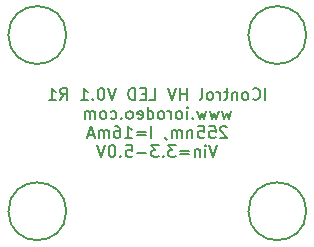
<source format=gbo>
%TF.GenerationSoftware,KiCad,Pcbnew,7.0.10-7.0.10~ubuntu22.04.1*%
%TF.CreationDate,2024-06-21T12:16:53-07:00*%
%TF.ProjectId,255nm_IN_C35PPCTGU0_16mA,3235356e-6d5f-4494-9e5f-433335505043,rev?*%
%TF.SameCoordinates,Original*%
%TF.FileFunction,Legend,Bot*%
%TF.FilePolarity,Positive*%
%FSLAX46Y46*%
G04 Gerber Fmt 4.6, Leading zero omitted, Abs format (unit mm)*
G04 Created by KiCad (PCBNEW 7.0.10-7.0.10~ubuntu22.04.1) date 2024-06-21 12:16:53*
%MOMM*%
%LPD*%
G01*
G04 APERTURE LIST*
%ADD10C,0.150000*%
G04 APERTURE END LIST*
D10*
X71842857Y-58039819D02*
X71842857Y-57039819D01*
X70795239Y-57944580D02*
X70842858Y-57992200D01*
X70842858Y-57992200D02*
X70985715Y-58039819D01*
X70985715Y-58039819D02*
X71080953Y-58039819D01*
X71080953Y-58039819D02*
X71223810Y-57992200D01*
X71223810Y-57992200D02*
X71319048Y-57896961D01*
X71319048Y-57896961D02*
X71366667Y-57801723D01*
X71366667Y-57801723D02*
X71414286Y-57611247D01*
X71414286Y-57611247D02*
X71414286Y-57468390D01*
X71414286Y-57468390D02*
X71366667Y-57277914D01*
X71366667Y-57277914D02*
X71319048Y-57182676D01*
X71319048Y-57182676D02*
X71223810Y-57087438D01*
X71223810Y-57087438D02*
X71080953Y-57039819D01*
X71080953Y-57039819D02*
X70985715Y-57039819D01*
X70985715Y-57039819D02*
X70842858Y-57087438D01*
X70842858Y-57087438D02*
X70795239Y-57135057D01*
X70223810Y-58039819D02*
X70319048Y-57992200D01*
X70319048Y-57992200D02*
X70366667Y-57944580D01*
X70366667Y-57944580D02*
X70414286Y-57849342D01*
X70414286Y-57849342D02*
X70414286Y-57563628D01*
X70414286Y-57563628D02*
X70366667Y-57468390D01*
X70366667Y-57468390D02*
X70319048Y-57420771D01*
X70319048Y-57420771D02*
X70223810Y-57373152D01*
X70223810Y-57373152D02*
X70080953Y-57373152D01*
X70080953Y-57373152D02*
X69985715Y-57420771D01*
X69985715Y-57420771D02*
X69938096Y-57468390D01*
X69938096Y-57468390D02*
X69890477Y-57563628D01*
X69890477Y-57563628D02*
X69890477Y-57849342D01*
X69890477Y-57849342D02*
X69938096Y-57944580D01*
X69938096Y-57944580D02*
X69985715Y-57992200D01*
X69985715Y-57992200D02*
X70080953Y-58039819D01*
X70080953Y-58039819D02*
X70223810Y-58039819D01*
X69461905Y-57373152D02*
X69461905Y-58039819D01*
X69461905Y-57468390D02*
X69414286Y-57420771D01*
X69414286Y-57420771D02*
X69319048Y-57373152D01*
X69319048Y-57373152D02*
X69176191Y-57373152D01*
X69176191Y-57373152D02*
X69080953Y-57420771D01*
X69080953Y-57420771D02*
X69033334Y-57516009D01*
X69033334Y-57516009D02*
X69033334Y-58039819D01*
X68700000Y-57373152D02*
X68319048Y-57373152D01*
X68557143Y-57039819D02*
X68557143Y-57896961D01*
X68557143Y-57896961D02*
X68509524Y-57992200D01*
X68509524Y-57992200D02*
X68414286Y-58039819D01*
X68414286Y-58039819D02*
X68319048Y-58039819D01*
X67985714Y-58039819D02*
X67985714Y-57373152D01*
X67985714Y-57563628D02*
X67938095Y-57468390D01*
X67938095Y-57468390D02*
X67890476Y-57420771D01*
X67890476Y-57420771D02*
X67795238Y-57373152D01*
X67795238Y-57373152D02*
X67700000Y-57373152D01*
X67223809Y-58039819D02*
X67319047Y-57992200D01*
X67319047Y-57992200D02*
X67366666Y-57944580D01*
X67366666Y-57944580D02*
X67414285Y-57849342D01*
X67414285Y-57849342D02*
X67414285Y-57563628D01*
X67414285Y-57563628D02*
X67366666Y-57468390D01*
X67366666Y-57468390D02*
X67319047Y-57420771D01*
X67319047Y-57420771D02*
X67223809Y-57373152D01*
X67223809Y-57373152D02*
X67080952Y-57373152D01*
X67080952Y-57373152D02*
X66985714Y-57420771D01*
X66985714Y-57420771D02*
X66938095Y-57468390D01*
X66938095Y-57468390D02*
X66890476Y-57563628D01*
X66890476Y-57563628D02*
X66890476Y-57849342D01*
X66890476Y-57849342D02*
X66938095Y-57944580D01*
X66938095Y-57944580D02*
X66985714Y-57992200D01*
X66985714Y-57992200D02*
X67080952Y-58039819D01*
X67080952Y-58039819D02*
X67223809Y-58039819D01*
X66319047Y-58039819D02*
X66414285Y-57992200D01*
X66414285Y-57992200D02*
X66461904Y-57896961D01*
X66461904Y-57896961D02*
X66461904Y-57039819D01*
X65176189Y-58039819D02*
X65176189Y-57039819D01*
X65176189Y-57516009D02*
X64604761Y-57516009D01*
X64604761Y-58039819D02*
X64604761Y-57039819D01*
X64271427Y-57039819D02*
X63938094Y-58039819D01*
X63938094Y-58039819D02*
X63604761Y-57039819D01*
X62033332Y-58039819D02*
X62509522Y-58039819D01*
X62509522Y-58039819D02*
X62509522Y-57039819D01*
X61699998Y-57516009D02*
X61366665Y-57516009D01*
X61223808Y-58039819D02*
X61699998Y-58039819D01*
X61699998Y-58039819D02*
X61699998Y-57039819D01*
X61699998Y-57039819D02*
X61223808Y-57039819D01*
X60795236Y-58039819D02*
X60795236Y-57039819D01*
X60795236Y-57039819D02*
X60557141Y-57039819D01*
X60557141Y-57039819D02*
X60414284Y-57087438D01*
X60414284Y-57087438D02*
X60319046Y-57182676D01*
X60319046Y-57182676D02*
X60271427Y-57277914D01*
X60271427Y-57277914D02*
X60223808Y-57468390D01*
X60223808Y-57468390D02*
X60223808Y-57611247D01*
X60223808Y-57611247D02*
X60271427Y-57801723D01*
X60271427Y-57801723D02*
X60319046Y-57896961D01*
X60319046Y-57896961D02*
X60414284Y-57992200D01*
X60414284Y-57992200D02*
X60557141Y-58039819D01*
X60557141Y-58039819D02*
X60795236Y-58039819D01*
X59176188Y-57039819D02*
X58842855Y-58039819D01*
X58842855Y-58039819D02*
X58509522Y-57039819D01*
X57985712Y-57039819D02*
X57890474Y-57039819D01*
X57890474Y-57039819D02*
X57795236Y-57087438D01*
X57795236Y-57087438D02*
X57747617Y-57135057D01*
X57747617Y-57135057D02*
X57699998Y-57230295D01*
X57699998Y-57230295D02*
X57652379Y-57420771D01*
X57652379Y-57420771D02*
X57652379Y-57658866D01*
X57652379Y-57658866D02*
X57699998Y-57849342D01*
X57699998Y-57849342D02*
X57747617Y-57944580D01*
X57747617Y-57944580D02*
X57795236Y-57992200D01*
X57795236Y-57992200D02*
X57890474Y-58039819D01*
X57890474Y-58039819D02*
X57985712Y-58039819D01*
X57985712Y-58039819D02*
X58080950Y-57992200D01*
X58080950Y-57992200D02*
X58128569Y-57944580D01*
X58128569Y-57944580D02*
X58176188Y-57849342D01*
X58176188Y-57849342D02*
X58223807Y-57658866D01*
X58223807Y-57658866D02*
X58223807Y-57420771D01*
X58223807Y-57420771D02*
X58176188Y-57230295D01*
X58176188Y-57230295D02*
X58128569Y-57135057D01*
X58128569Y-57135057D02*
X58080950Y-57087438D01*
X58080950Y-57087438D02*
X57985712Y-57039819D01*
X57223807Y-57944580D02*
X57176188Y-57992200D01*
X57176188Y-57992200D02*
X57223807Y-58039819D01*
X57223807Y-58039819D02*
X57271426Y-57992200D01*
X57271426Y-57992200D02*
X57223807Y-57944580D01*
X57223807Y-57944580D02*
X57223807Y-58039819D01*
X56223808Y-58039819D02*
X56795236Y-58039819D01*
X56509522Y-58039819D02*
X56509522Y-57039819D01*
X56509522Y-57039819D02*
X56604760Y-57182676D01*
X56604760Y-57182676D02*
X56699998Y-57277914D01*
X56699998Y-57277914D02*
X56795236Y-57325533D01*
X54461903Y-58039819D02*
X54795236Y-57563628D01*
X55033331Y-58039819D02*
X55033331Y-57039819D01*
X55033331Y-57039819D02*
X54652379Y-57039819D01*
X54652379Y-57039819D02*
X54557141Y-57087438D01*
X54557141Y-57087438D02*
X54509522Y-57135057D01*
X54509522Y-57135057D02*
X54461903Y-57230295D01*
X54461903Y-57230295D02*
X54461903Y-57373152D01*
X54461903Y-57373152D02*
X54509522Y-57468390D01*
X54509522Y-57468390D02*
X54557141Y-57516009D01*
X54557141Y-57516009D02*
X54652379Y-57563628D01*
X54652379Y-57563628D02*
X55033331Y-57563628D01*
X53509522Y-58039819D02*
X54080950Y-58039819D01*
X53795236Y-58039819D02*
X53795236Y-57039819D01*
X53795236Y-57039819D02*
X53890474Y-57182676D01*
X53890474Y-57182676D02*
X53985712Y-57277914D01*
X53985712Y-57277914D02*
X54080950Y-57325533D01*
X68938094Y-58983152D02*
X68747618Y-59649819D01*
X68747618Y-59649819D02*
X68557142Y-59173628D01*
X68557142Y-59173628D02*
X68366666Y-59649819D01*
X68366666Y-59649819D02*
X68176190Y-58983152D01*
X67890475Y-58983152D02*
X67699999Y-59649819D01*
X67699999Y-59649819D02*
X67509523Y-59173628D01*
X67509523Y-59173628D02*
X67319047Y-59649819D01*
X67319047Y-59649819D02*
X67128571Y-58983152D01*
X66842856Y-58983152D02*
X66652380Y-59649819D01*
X66652380Y-59649819D02*
X66461904Y-59173628D01*
X66461904Y-59173628D02*
X66271428Y-59649819D01*
X66271428Y-59649819D02*
X66080952Y-58983152D01*
X65699999Y-59554580D02*
X65652380Y-59602200D01*
X65652380Y-59602200D02*
X65699999Y-59649819D01*
X65699999Y-59649819D02*
X65747618Y-59602200D01*
X65747618Y-59602200D02*
X65699999Y-59554580D01*
X65699999Y-59554580D02*
X65699999Y-59649819D01*
X65223809Y-59649819D02*
X65223809Y-58983152D01*
X65223809Y-58649819D02*
X65271428Y-58697438D01*
X65271428Y-58697438D02*
X65223809Y-58745057D01*
X65223809Y-58745057D02*
X65176190Y-58697438D01*
X65176190Y-58697438D02*
X65223809Y-58649819D01*
X65223809Y-58649819D02*
X65223809Y-58745057D01*
X64604762Y-59649819D02*
X64700000Y-59602200D01*
X64700000Y-59602200D02*
X64747619Y-59554580D01*
X64747619Y-59554580D02*
X64795238Y-59459342D01*
X64795238Y-59459342D02*
X64795238Y-59173628D01*
X64795238Y-59173628D02*
X64747619Y-59078390D01*
X64747619Y-59078390D02*
X64700000Y-59030771D01*
X64700000Y-59030771D02*
X64604762Y-58983152D01*
X64604762Y-58983152D02*
X64461905Y-58983152D01*
X64461905Y-58983152D02*
X64366667Y-59030771D01*
X64366667Y-59030771D02*
X64319048Y-59078390D01*
X64319048Y-59078390D02*
X64271429Y-59173628D01*
X64271429Y-59173628D02*
X64271429Y-59459342D01*
X64271429Y-59459342D02*
X64319048Y-59554580D01*
X64319048Y-59554580D02*
X64366667Y-59602200D01*
X64366667Y-59602200D02*
X64461905Y-59649819D01*
X64461905Y-59649819D02*
X64604762Y-59649819D01*
X63842857Y-59649819D02*
X63842857Y-58983152D01*
X63842857Y-59173628D02*
X63795238Y-59078390D01*
X63795238Y-59078390D02*
X63747619Y-59030771D01*
X63747619Y-59030771D02*
X63652381Y-58983152D01*
X63652381Y-58983152D02*
X63557143Y-58983152D01*
X63080952Y-59649819D02*
X63176190Y-59602200D01*
X63176190Y-59602200D02*
X63223809Y-59554580D01*
X63223809Y-59554580D02*
X63271428Y-59459342D01*
X63271428Y-59459342D02*
X63271428Y-59173628D01*
X63271428Y-59173628D02*
X63223809Y-59078390D01*
X63223809Y-59078390D02*
X63176190Y-59030771D01*
X63176190Y-59030771D02*
X63080952Y-58983152D01*
X63080952Y-58983152D02*
X62938095Y-58983152D01*
X62938095Y-58983152D02*
X62842857Y-59030771D01*
X62842857Y-59030771D02*
X62795238Y-59078390D01*
X62795238Y-59078390D02*
X62747619Y-59173628D01*
X62747619Y-59173628D02*
X62747619Y-59459342D01*
X62747619Y-59459342D02*
X62795238Y-59554580D01*
X62795238Y-59554580D02*
X62842857Y-59602200D01*
X62842857Y-59602200D02*
X62938095Y-59649819D01*
X62938095Y-59649819D02*
X63080952Y-59649819D01*
X61890476Y-59649819D02*
X61890476Y-58649819D01*
X61890476Y-59602200D02*
X61985714Y-59649819D01*
X61985714Y-59649819D02*
X62176190Y-59649819D01*
X62176190Y-59649819D02*
X62271428Y-59602200D01*
X62271428Y-59602200D02*
X62319047Y-59554580D01*
X62319047Y-59554580D02*
X62366666Y-59459342D01*
X62366666Y-59459342D02*
X62366666Y-59173628D01*
X62366666Y-59173628D02*
X62319047Y-59078390D01*
X62319047Y-59078390D02*
X62271428Y-59030771D01*
X62271428Y-59030771D02*
X62176190Y-58983152D01*
X62176190Y-58983152D02*
X61985714Y-58983152D01*
X61985714Y-58983152D02*
X61890476Y-59030771D01*
X61033333Y-59602200D02*
X61128571Y-59649819D01*
X61128571Y-59649819D02*
X61319047Y-59649819D01*
X61319047Y-59649819D02*
X61414285Y-59602200D01*
X61414285Y-59602200D02*
X61461904Y-59506961D01*
X61461904Y-59506961D02*
X61461904Y-59126009D01*
X61461904Y-59126009D02*
X61414285Y-59030771D01*
X61414285Y-59030771D02*
X61319047Y-58983152D01*
X61319047Y-58983152D02*
X61128571Y-58983152D01*
X61128571Y-58983152D02*
X61033333Y-59030771D01*
X61033333Y-59030771D02*
X60985714Y-59126009D01*
X60985714Y-59126009D02*
X60985714Y-59221247D01*
X60985714Y-59221247D02*
X61461904Y-59316485D01*
X60414285Y-59649819D02*
X60509523Y-59602200D01*
X60509523Y-59602200D02*
X60557142Y-59554580D01*
X60557142Y-59554580D02*
X60604761Y-59459342D01*
X60604761Y-59459342D02*
X60604761Y-59173628D01*
X60604761Y-59173628D02*
X60557142Y-59078390D01*
X60557142Y-59078390D02*
X60509523Y-59030771D01*
X60509523Y-59030771D02*
X60414285Y-58983152D01*
X60414285Y-58983152D02*
X60271428Y-58983152D01*
X60271428Y-58983152D02*
X60176190Y-59030771D01*
X60176190Y-59030771D02*
X60128571Y-59078390D01*
X60128571Y-59078390D02*
X60080952Y-59173628D01*
X60080952Y-59173628D02*
X60080952Y-59459342D01*
X60080952Y-59459342D02*
X60128571Y-59554580D01*
X60128571Y-59554580D02*
X60176190Y-59602200D01*
X60176190Y-59602200D02*
X60271428Y-59649819D01*
X60271428Y-59649819D02*
X60414285Y-59649819D01*
X59652380Y-59554580D02*
X59604761Y-59602200D01*
X59604761Y-59602200D02*
X59652380Y-59649819D01*
X59652380Y-59649819D02*
X59699999Y-59602200D01*
X59699999Y-59602200D02*
X59652380Y-59554580D01*
X59652380Y-59554580D02*
X59652380Y-59649819D01*
X58747619Y-59602200D02*
X58842857Y-59649819D01*
X58842857Y-59649819D02*
X59033333Y-59649819D01*
X59033333Y-59649819D02*
X59128571Y-59602200D01*
X59128571Y-59602200D02*
X59176190Y-59554580D01*
X59176190Y-59554580D02*
X59223809Y-59459342D01*
X59223809Y-59459342D02*
X59223809Y-59173628D01*
X59223809Y-59173628D02*
X59176190Y-59078390D01*
X59176190Y-59078390D02*
X59128571Y-59030771D01*
X59128571Y-59030771D02*
X59033333Y-58983152D01*
X59033333Y-58983152D02*
X58842857Y-58983152D01*
X58842857Y-58983152D02*
X58747619Y-59030771D01*
X58176190Y-59649819D02*
X58271428Y-59602200D01*
X58271428Y-59602200D02*
X58319047Y-59554580D01*
X58319047Y-59554580D02*
X58366666Y-59459342D01*
X58366666Y-59459342D02*
X58366666Y-59173628D01*
X58366666Y-59173628D02*
X58319047Y-59078390D01*
X58319047Y-59078390D02*
X58271428Y-59030771D01*
X58271428Y-59030771D02*
X58176190Y-58983152D01*
X58176190Y-58983152D02*
X58033333Y-58983152D01*
X58033333Y-58983152D02*
X57938095Y-59030771D01*
X57938095Y-59030771D02*
X57890476Y-59078390D01*
X57890476Y-59078390D02*
X57842857Y-59173628D01*
X57842857Y-59173628D02*
X57842857Y-59459342D01*
X57842857Y-59459342D02*
X57890476Y-59554580D01*
X57890476Y-59554580D02*
X57938095Y-59602200D01*
X57938095Y-59602200D02*
X58033333Y-59649819D01*
X58033333Y-59649819D02*
X58176190Y-59649819D01*
X57414285Y-59649819D02*
X57414285Y-58983152D01*
X57414285Y-59078390D02*
X57366666Y-59030771D01*
X57366666Y-59030771D02*
X57271428Y-58983152D01*
X57271428Y-58983152D02*
X57128571Y-58983152D01*
X57128571Y-58983152D02*
X57033333Y-59030771D01*
X57033333Y-59030771D02*
X56985714Y-59126009D01*
X56985714Y-59126009D02*
X56985714Y-59649819D01*
X56985714Y-59126009D02*
X56938095Y-59030771D01*
X56938095Y-59030771D02*
X56842857Y-58983152D01*
X56842857Y-58983152D02*
X56700000Y-58983152D01*
X56700000Y-58983152D02*
X56604761Y-59030771D01*
X56604761Y-59030771D02*
X56557142Y-59126009D01*
X56557142Y-59126009D02*
X56557142Y-59649819D01*
X68580951Y-60355057D02*
X68533332Y-60307438D01*
X68533332Y-60307438D02*
X68438094Y-60259819D01*
X68438094Y-60259819D02*
X68199999Y-60259819D01*
X68199999Y-60259819D02*
X68104761Y-60307438D01*
X68104761Y-60307438D02*
X68057142Y-60355057D01*
X68057142Y-60355057D02*
X68009523Y-60450295D01*
X68009523Y-60450295D02*
X68009523Y-60545533D01*
X68009523Y-60545533D02*
X68057142Y-60688390D01*
X68057142Y-60688390D02*
X68628570Y-61259819D01*
X68628570Y-61259819D02*
X68009523Y-61259819D01*
X67104761Y-60259819D02*
X67580951Y-60259819D01*
X67580951Y-60259819D02*
X67628570Y-60736009D01*
X67628570Y-60736009D02*
X67580951Y-60688390D01*
X67580951Y-60688390D02*
X67485713Y-60640771D01*
X67485713Y-60640771D02*
X67247618Y-60640771D01*
X67247618Y-60640771D02*
X67152380Y-60688390D01*
X67152380Y-60688390D02*
X67104761Y-60736009D01*
X67104761Y-60736009D02*
X67057142Y-60831247D01*
X67057142Y-60831247D02*
X67057142Y-61069342D01*
X67057142Y-61069342D02*
X67104761Y-61164580D01*
X67104761Y-61164580D02*
X67152380Y-61212200D01*
X67152380Y-61212200D02*
X67247618Y-61259819D01*
X67247618Y-61259819D02*
X67485713Y-61259819D01*
X67485713Y-61259819D02*
X67580951Y-61212200D01*
X67580951Y-61212200D02*
X67628570Y-61164580D01*
X66152380Y-60259819D02*
X66628570Y-60259819D01*
X66628570Y-60259819D02*
X66676189Y-60736009D01*
X66676189Y-60736009D02*
X66628570Y-60688390D01*
X66628570Y-60688390D02*
X66533332Y-60640771D01*
X66533332Y-60640771D02*
X66295237Y-60640771D01*
X66295237Y-60640771D02*
X66199999Y-60688390D01*
X66199999Y-60688390D02*
X66152380Y-60736009D01*
X66152380Y-60736009D02*
X66104761Y-60831247D01*
X66104761Y-60831247D02*
X66104761Y-61069342D01*
X66104761Y-61069342D02*
X66152380Y-61164580D01*
X66152380Y-61164580D02*
X66199999Y-61212200D01*
X66199999Y-61212200D02*
X66295237Y-61259819D01*
X66295237Y-61259819D02*
X66533332Y-61259819D01*
X66533332Y-61259819D02*
X66628570Y-61212200D01*
X66628570Y-61212200D02*
X66676189Y-61164580D01*
X65676189Y-60593152D02*
X65676189Y-61259819D01*
X65676189Y-60688390D02*
X65628570Y-60640771D01*
X65628570Y-60640771D02*
X65533332Y-60593152D01*
X65533332Y-60593152D02*
X65390475Y-60593152D01*
X65390475Y-60593152D02*
X65295237Y-60640771D01*
X65295237Y-60640771D02*
X65247618Y-60736009D01*
X65247618Y-60736009D02*
X65247618Y-61259819D01*
X64771427Y-61259819D02*
X64771427Y-60593152D01*
X64771427Y-60688390D02*
X64723808Y-60640771D01*
X64723808Y-60640771D02*
X64628570Y-60593152D01*
X64628570Y-60593152D02*
X64485713Y-60593152D01*
X64485713Y-60593152D02*
X64390475Y-60640771D01*
X64390475Y-60640771D02*
X64342856Y-60736009D01*
X64342856Y-60736009D02*
X64342856Y-61259819D01*
X64342856Y-60736009D02*
X64295237Y-60640771D01*
X64295237Y-60640771D02*
X64199999Y-60593152D01*
X64199999Y-60593152D02*
X64057142Y-60593152D01*
X64057142Y-60593152D02*
X63961903Y-60640771D01*
X63961903Y-60640771D02*
X63914284Y-60736009D01*
X63914284Y-60736009D02*
X63914284Y-61259819D01*
X63390475Y-61212200D02*
X63390475Y-61259819D01*
X63390475Y-61259819D02*
X63438094Y-61355057D01*
X63438094Y-61355057D02*
X63485713Y-61402676D01*
X62199999Y-61259819D02*
X62199999Y-60259819D01*
X61723809Y-60736009D02*
X60961905Y-60736009D01*
X60961905Y-61021723D02*
X61723809Y-61021723D01*
X59961905Y-61259819D02*
X60533333Y-61259819D01*
X60247619Y-61259819D02*
X60247619Y-60259819D01*
X60247619Y-60259819D02*
X60342857Y-60402676D01*
X60342857Y-60402676D02*
X60438095Y-60497914D01*
X60438095Y-60497914D02*
X60533333Y-60545533D01*
X59104762Y-60259819D02*
X59295238Y-60259819D01*
X59295238Y-60259819D02*
X59390476Y-60307438D01*
X59390476Y-60307438D02*
X59438095Y-60355057D01*
X59438095Y-60355057D02*
X59533333Y-60497914D01*
X59533333Y-60497914D02*
X59580952Y-60688390D01*
X59580952Y-60688390D02*
X59580952Y-61069342D01*
X59580952Y-61069342D02*
X59533333Y-61164580D01*
X59533333Y-61164580D02*
X59485714Y-61212200D01*
X59485714Y-61212200D02*
X59390476Y-61259819D01*
X59390476Y-61259819D02*
X59200000Y-61259819D01*
X59200000Y-61259819D02*
X59104762Y-61212200D01*
X59104762Y-61212200D02*
X59057143Y-61164580D01*
X59057143Y-61164580D02*
X59009524Y-61069342D01*
X59009524Y-61069342D02*
X59009524Y-60831247D01*
X59009524Y-60831247D02*
X59057143Y-60736009D01*
X59057143Y-60736009D02*
X59104762Y-60688390D01*
X59104762Y-60688390D02*
X59200000Y-60640771D01*
X59200000Y-60640771D02*
X59390476Y-60640771D01*
X59390476Y-60640771D02*
X59485714Y-60688390D01*
X59485714Y-60688390D02*
X59533333Y-60736009D01*
X59533333Y-60736009D02*
X59580952Y-60831247D01*
X58580952Y-61259819D02*
X58580952Y-60593152D01*
X58580952Y-60688390D02*
X58533333Y-60640771D01*
X58533333Y-60640771D02*
X58438095Y-60593152D01*
X58438095Y-60593152D02*
X58295238Y-60593152D01*
X58295238Y-60593152D02*
X58200000Y-60640771D01*
X58200000Y-60640771D02*
X58152381Y-60736009D01*
X58152381Y-60736009D02*
X58152381Y-61259819D01*
X58152381Y-60736009D02*
X58104762Y-60640771D01*
X58104762Y-60640771D02*
X58009524Y-60593152D01*
X58009524Y-60593152D02*
X57866667Y-60593152D01*
X57866667Y-60593152D02*
X57771428Y-60640771D01*
X57771428Y-60640771D02*
X57723809Y-60736009D01*
X57723809Y-60736009D02*
X57723809Y-61259819D01*
X57295238Y-60974104D02*
X56819048Y-60974104D01*
X57390476Y-61259819D02*
X57057143Y-60259819D01*
X57057143Y-60259819D02*
X56723810Y-61259819D01*
X67771427Y-61869819D02*
X67438094Y-62869819D01*
X67438094Y-62869819D02*
X67104761Y-61869819D01*
X66771427Y-62869819D02*
X66771427Y-62203152D01*
X66771427Y-61869819D02*
X66819046Y-61917438D01*
X66819046Y-61917438D02*
X66771427Y-61965057D01*
X66771427Y-61965057D02*
X66723808Y-61917438D01*
X66723808Y-61917438D02*
X66771427Y-61869819D01*
X66771427Y-61869819D02*
X66771427Y-61965057D01*
X66295237Y-62203152D02*
X66295237Y-62869819D01*
X66295237Y-62298390D02*
X66247618Y-62250771D01*
X66247618Y-62250771D02*
X66152380Y-62203152D01*
X66152380Y-62203152D02*
X66009523Y-62203152D01*
X66009523Y-62203152D02*
X65914285Y-62250771D01*
X65914285Y-62250771D02*
X65866666Y-62346009D01*
X65866666Y-62346009D02*
X65866666Y-62869819D01*
X65390475Y-62346009D02*
X64628571Y-62346009D01*
X64628571Y-62631723D02*
X65390475Y-62631723D01*
X64247618Y-61869819D02*
X63628571Y-61869819D01*
X63628571Y-61869819D02*
X63961904Y-62250771D01*
X63961904Y-62250771D02*
X63819047Y-62250771D01*
X63819047Y-62250771D02*
X63723809Y-62298390D01*
X63723809Y-62298390D02*
X63676190Y-62346009D01*
X63676190Y-62346009D02*
X63628571Y-62441247D01*
X63628571Y-62441247D02*
X63628571Y-62679342D01*
X63628571Y-62679342D02*
X63676190Y-62774580D01*
X63676190Y-62774580D02*
X63723809Y-62822200D01*
X63723809Y-62822200D02*
X63819047Y-62869819D01*
X63819047Y-62869819D02*
X64104761Y-62869819D01*
X64104761Y-62869819D02*
X64199999Y-62822200D01*
X64199999Y-62822200D02*
X64247618Y-62774580D01*
X63199999Y-62774580D02*
X63152380Y-62822200D01*
X63152380Y-62822200D02*
X63199999Y-62869819D01*
X63199999Y-62869819D02*
X63247618Y-62822200D01*
X63247618Y-62822200D02*
X63199999Y-62774580D01*
X63199999Y-62774580D02*
X63199999Y-62869819D01*
X62819047Y-61869819D02*
X62200000Y-61869819D01*
X62200000Y-61869819D02*
X62533333Y-62250771D01*
X62533333Y-62250771D02*
X62390476Y-62250771D01*
X62390476Y-62250771D02*
X62295238Y-62298390D01*
X62295238Y-62298390D02*
X62247619Y-62346009D01*
X62247619Y-62346009D02*
X62200000Y-62441247D01*
X62200000Y-62441247D02*
X62200000Y-62679342D01*
X62200000Y-62679342D02*
X62247619Y-62774580D01*
X62247619Y-62774580D02*
X62295238Y-62822200D01*
X62295238Y-62822200D02*
X62390476Y-62869819D01*
X62390476Y-62869819D02*
X62676190Y-62869819D01*
X62676190Y-62869819D02*
X62771428Y-62822200D01*
X62771428Y-62822200D02*
X62819047Y-62774580D01*
X61771428Y-62488866D02*
X61009524Y-62488866D01*
X60057143Y-61869819D02*
X60533333Y-61869819D01*
X60533333Y-61869819D02*
X60580952Y-62346009D01*
X60580952Y-62346009D02*
X60533333Y-62298390D01*
X60533333Y-62298390D02*
X60438095Y-62250771D01*
X60438095Y-62250771D02*
X60200000Y-62250771D01*
X60200000Y-62250771D02*
X60104762Y-62298390D01*
X60104762Y-62298390D02*
X60057143Y-62346009D01*
X60057143Y-62346009D02*
X60009524Y-62441247D01*
X60009524Y-62441247D02*
X60009524Y-62679342D01*
X60009524Y-62679342D02*
X60057143Y-62774580D01*
X60057143Y-62774580D02*
X60104762Y-62822200D01*
X60104762Y-62822200D02*
X60200000Y-62869819D01*
X60200000Y-62869819D02*
X60438095Y-62869819D01*
X60438095Y-62869819D02*
X60533333Y-62822200D01*
X60533333Y-62822200D02*
X60580952Y-62774580D01*
X59580952Y-62774580D02*
X59533333Y-62822200D01*
X59533333Y-62822200D02*
X59580952Y-62869819D01*
X59580952Y-62869819D02*
X59628571Y-62822200D01*
X59628571Y-62822200D02*
X59580952Y-62774580D01*
X59580952Y-62774580D02*
X59580952Y-62869819D01*
X58914286Y-61869819D02*
X58819048Y-61869819D01*
X58819048Y-61869819D02*
X58723810Y-61917438D01*
X58723810Y-61917438D02*
X58676191Y-61965057D01*
X58676191Y-61965057D02*
X58628572Y-62060295D01*
X58628572Y-62060295D02*
X58580953Y-62250771D01*
X58580953Y-62250771D02*
X58580953Y-62488866D01*
X58580953Y-62488866D02*
X58628572Y-62679342D01*
X58628572Y-62679342D02*
X58676191Y-62774580D01*
X58676191Y-62774580D02*
X58723810Y-62822200D01*
X58723810Y-62822200D02*
X58819048Y-62869819D01*
X58819048Y-62869819D02*
X58914286Y-62869819D01*
X58914286Y-62869819D02*
X59009524Y-62822200D01*
X59009524Y-62822200D02*
X59057143Y-62774580D01*
X59057143Y-62774580D02*
X59104762Y-62679342D01*
X59104762Y-62679342D02*
X59152381Y-62488866D01*
X59152381Y-62488866D02*
X59152381Y-62250771D01*
X59152381Y-62250771D02*
X59104762Y-62060295D01*
X59104762Y-62060295D02*
X59057143Y-61965057D01*
X59057143Y-61965057D02*
X59009524Y-61917438D01*
X59009524Y-61917438D02*
X58914286Y-61869819D01*
X58295238Y-61869819D02*
X57961905Y-62869819D01*
X57961905Y-62869819D02*
X57628572Y-61869819D01*
%TO.C,M1*%
X54990000Y-52540000D02*
G75*
G03*
X50090000Y-52540000I-2450000J0D01*
G01*
X50090000Y-52540000D02*
G75*
G03*
X54990000Y-52540000I2450000J0D01*
G01*
%TO.C,M2*%
X75310000Y-52540000D02*
G75*
G03*
X70410000Y-52540000I-2450000J0D01*
G01*
X70410000Y-52540000D02*
G75*
G03*
X75310000Y-52540000I2450000J0D01*
G01*
%TO.C,M3*%
X75310000Y-67460000D02*
G75*
G03*
X70410000Y-67460000I-2450000J0D01*
G01*
X70410000Y-67460000D02*
G75*
G03*
X75310000Y-67460000I2450000J0D01*
G01*
%TO.C,M4*%
X54990000Y-67460000D02*
G75*
G03*
X50090000Y-67460000I-2450000J0D01*
G01*
X50090000Y-67460000D02*
G75*
G03*
X54990000Y-67460000I2450000J0D01*
G01*
%TD*%
M02*

</source>
